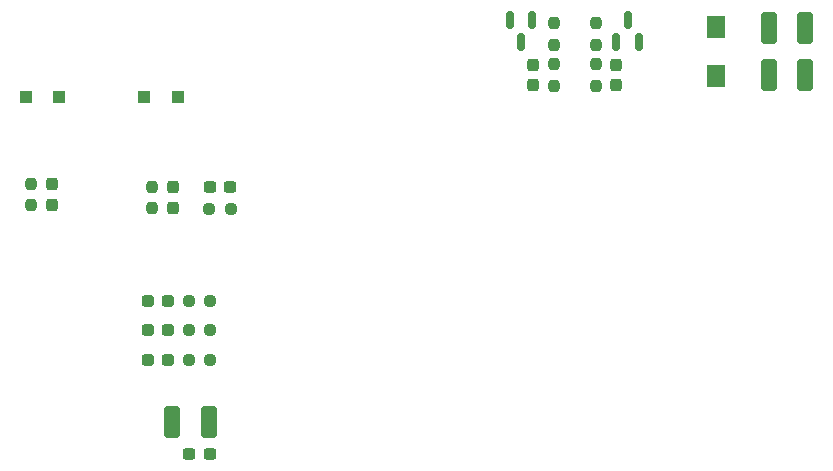
<source format=gtp>
%TF.GenerationSoftware,KiCad,Pcbnew,(6.99.0-3810-gd26b59a0bf)*%
%TF.CreationDate,2022-11-09T12:36:04+00:00*%
%TF.ProjectId,roller-shutter-controller,726f6c6c-6572-42d7-9368-75747465722d,-*%
%TF.SameCoordinates,Original*%
%TF.FileFunction,Paste,Top*%
%TF.FilePolarity,Positive*%
%FSLAX46Y46*%
G04 Gerber Fmt 4.6, Leading zero omitted, Abs format (unit mm)*
G04 Created by KiCad (PCBNEW (6.99.0-3810-gd26b59a0bf)) date 2022-11-09 12:36:04*
%MOMM*%
%LPD*%
G01*
G04 APERTURE LIST*
G04 Aperture macros list*
%AMRoundRect*
0 Rectangle with rounded corners*
0 $1 Rounding radius*
0 $2 $3 $4 $5 $6 $7 $8 $9 X,Y pos of 4 corners*
0 Add a 4 corners polygon primitive as box body*
4,1,4,$2,$3,$4,$5,$6,$7,$8,$9,$2,$3,0*
0 Add four circle primitives for the rounded corners*
1,1,$1+$1,$2,$3*
1,1,$1+$1,$4,$5*
1,1,$1+$1,$6,$7*
1,1,$1+$1,$8,$9*
0 Add four rect primitives between the rounded corners*
20,1,$1+$1,$2,$3,$4,$5,0*
20,1,$1+$1,$4,$5,$6,$7,0*
20,1,$1+$1,$6,$7,$8,$9,0*
20,1,$1+$1,$8,$9,$2,$3,0*%
G04 Aperture macros list end*
%ADD10RoundRect,0.150000X-0.150000X0.587500X-0.150000X-0.587500X0.150000X-0.587500X0.150000X0.587500X0*%
%ADD11RoundRect,0.237500X-0.250000X-0.237500X0.250000X-0.237500X0.250000X0.237500X-0.250000X0.237500X0*%
%ADD12RoundRect,0.237500X-0.237500X0.250000X-0.237500X-0.250000X0.237500X-0.250000X0.237500X0.250000X0*%
%ADD13RoundRect,0.237500X-0.287500X-0.237500X0.287500X-0.237500X0.287500X0.237500X-0.287500X0.237500X0*%
%ADD14R,1.100000X1.100000*%
%ADD15RoundRect,0.237500X0.300000X0.237500X-0.300000X0.237500X-0.300000X-0.237500X0.300000X-0.237500X0*%
%ADD16RoundRect,0.237500X-0.237500X0.287500X-0.237500X-0.287500X0.237500X-0.287500X0.237500X0.287500X0*%
%ADD17RoundRect,0.237500X-0.237500X0.300000X-0.237500X-0.300000X0.237500X-0.300000X0.237500X0.300000X0*%
%ADD18RoundRect,0.150000X0.150000X-0.587500X0.150000X0.587500X-0.150000X0.587500X-0.150000X-0.587500X0*%
%ADD19RoundRect,0.237500X0.237500X-0.287500X0.237500X0.287500X-0.237500X0.287500X-0.237500X-0.287500X0*%
%ADD20RoundRect,0.250000X0.412500X1.100000X-0.412500X1.100000X-0.412500X-1.100000X0.412500X-1.100000X0*%
%ADD21RoundRect,0.237500X0.237500X-0.250000X0.237500X0.250000X-0.237500X0.250000X-0.237500X-0.250000X0*%
%ADD22R,1.500000X1.900000*%
%ADD23RoundRect,0.250000X-0.412500X-1.100000X0.412500X-1.100000X0.412500X1.100000X-0.412500X1.100000X0*%
G04 APERTURE END LIST*
D10*
%TO.C,D1*%
X161278988Y-81583512D03*
X159378988Y-81583512D03*
X160328988Y-83458512D03*
%TD*%
D11*
%TO.C,R6*%
X133916488Y-97608988D03*
X135741488Y-97608988D03*
%TD*%
D12*
%TO.C,R1*%
X163078988Y-81858512D03*
X163078988Y-83683512D03*
%TD*%
D13*
%TO.C,D3*%
X128703988Y-105358988D03*
X130453988Y-105358988D03*
%TD*%
D14*
%TO.C,D9*%
X121228987Y-88123977D03*
X118428987Y-88123977D03*
%TD*%
D11*
%TO.C,R5*%
X132171488Y-105358988D03*
X133996488Y-105358988D03*
%TD*%
D15*
%TO.C,C6*%
X133941488Y-118358988D03*
X132216488Y-118358988D03*
%TD*%
D16*
%TO.C,D7*%
X120578988Y-95498978D03*
X120578988Y-97248978D03*
%TD*%
D13*
%TO.C,D4*%
X128698988Y-107858988D03*
X130448988Y-107858988D03*
%TD*%
D12*
%TO.C,R4*%
X166641488Y-85358512D03*
X166641488Y-87183512D03*
%TD*%
D17*
%TO.C,C2*%
X168391488Y-85408512D03*
X168391488Y-87133512D03*
%TD*%
%TO.C,C1*%
X161328988Y-85408512D03*
X161328988Y-87133512D03*
%TD*%
D18*
%TO.C,D2*%
X168378988Y-83458512D03*
X170278988Y-83458512D03*
X169328988Y-81583512D03*
%TD*%
D11*
%TO.C,R7*%
X132166488Y-107858988D03*
X133991488Y-107858988D03*
%TD*%
%TO.C,R8*%
X132166488Y-110358988D03*
X133991488Y-110358988D03*
%TD*%
D13*
%TO.C,D5*%
X128698988Y-110358988D03*
X130448988Y-110358988D03*
%TD*%
D15*
%TO.C,C7*%
X135691488Y-95758000D03*
X133966488Y-95758000D03*
%TD*%
D12*
%TO.C,R3*%
X166641488Y-81858512D03*
X166641488Y-83683512D03*
%TD*%
D19*
%TO.C,D6*%
X130828988Y-97498978D03*
X130828988Y-95748978D03*
%TD*%
D20*
%TO.C,C5*%
X133891488Y-115608988D03*
X130766488Y-115608988D03*
%TD*%
D21*
%TO.C,R10*%
X118828988Y-97286478D03*
X118828988Y-95461478D03*
%TD*%
D14*
%TO.C,D8*%
X131228987Y-88123977D03*
X128428987Y-88123977D03*
%TD*%
D12*
%TO.C,R2*%
X163078988Y-85358512D03*
X163078988Y-87183512D03*
%TD*%
D22*
%TO.C,L1*%
X176828987Y-82221011D03*
X176828987Y-86321011D03*
%TD*%
D23*
%TO.C,C4*%
X181266488Y-86271012D03*
X184391488Y-86271012D03*
%TD*%
%TO.C,C3*%
X181266488Y-82271012D03*
X184391488Y-82271012D03*
%TD*%
D21*
%TO.C,R9*%
X129078988Y-97536478D03*
X129078988Y-95711478D03*
%TD*%
M02*

</source>
